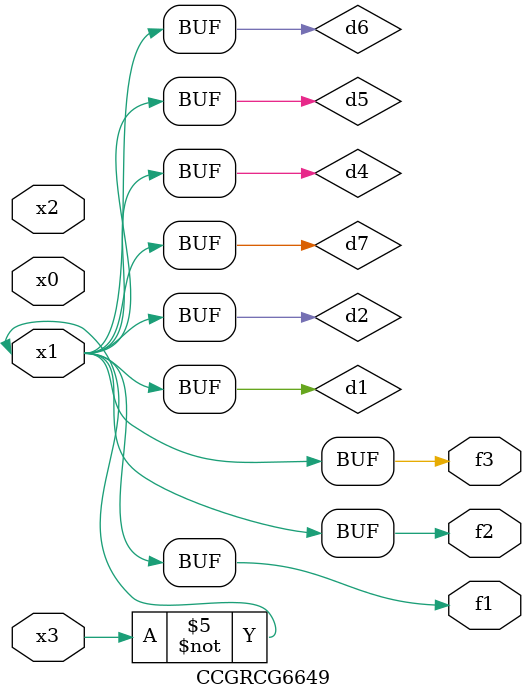
<source format=v>
module CCGRCG6649(
	input x0, x1, x2, x3,
	output f1, f2, f3
);

	wire d1, d2, d3, d4, d5, d6, d7;

	not (d1, x3);
	buf (d2, x1);
	xnor (d3, d1, d2);
	nor (d4, d1);
	buf (d5, d1, d2);
	buf (d6, d4, d5);
	nand (d7, d4);
	assign f1 = d6;
	assign f2 = d7;
	assign f3 = d6;
endmodule

</source>
